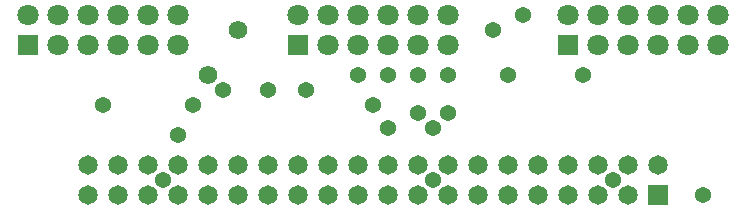
<source format=gbr>
G04 EasyPC Gerber Version 21.0.3 Build 4286 *
%FSLAX35Y35*%
%MOIN*%
%ADD71R,0.06506X0.06506*%
%ADD21R,0.07096X0.07096*%
%ADD23C,0.05400*%
%ADD25C,0.06200*%
%ADD20C,0.06506*%
%ADD22C,0.07096*%
X0Y0D02*
D02*
D71*
X225250Y15250D03*
D02*
D20*
X35250D03*
Y25250D03*
X45250Y15250D03*
Y25250D03*
X55250Y15250D03*
Y25250D03*
X65250Y15250D03*
Y25250D03*
X75250Y15250D03*
Y25250D03*
X85250Y15250D03*
Y25250D03*
X95250Y15250D03*
Y25250D03*
X105250Y15250D03*
Y25250D03*
X115250Y15250D03*
Y25250D03*
X125250Y15250D03*
Y25250D03*
X135250Y15250D03*
Y25250D03*
X145250Y15250D03*
Y25250D03*
X155250Y15250D03*
Y25250D03*
X165250Y15250D03*
Y25250D03*
X175250Y15250D03*
Y25250D03*
X185250Y15250D03*
Y25250D03*
X195250Y15250D03*
Y25250D03*
X205250Y15250D03*
Y25250D03*
X215250Y15250D03*
Y25250D03*
X225250D03*
D02*
D21*
X15250Y65250D03*
X105250D03*
X195250D03*
D02*
D22*
X15250Y75250D03*
X25250Y65250D03*
Y75250D03*
X35250Y65250D03*
Y75250D03*
X45250Y65250D03*
Y75250D03*
X55250Y65250D03*
Y75250D03*
X65250Y65250D03*
Y75250D03*
X105250D03*
X115250Y65250D03*
Y75250D03*
X125250Y65250D03*
Y75250D03*
X135250Y65250D03*
Y75250D03*
X145250Y65250D03*
Y75250D03*
X155250Y65250D03*
Y75250D03*
X195250D03*
X205250Y65250D03*
Y75250D03*
X215250Y65250D03*
Y75250D03*
X225250Y65250D03*
Y75250D03*
X235250Y65250D03*
Y75250D03*
X245250Y65250D03*
Y75250D03*
D02*
D23*
X40250Y45250D03*
X55250Y65250D03*
X60250Y20250D03*
X65250Y35250D03*
X70250Y45250D03*
X80250Y50250D03*
X95250D03*
X107750D03*
X125250Y55250D03*
X130250Y45250D03*
X135250Y37750D03*
Y55250D03*
X145250Y42750D03*
Y55250D03*
X150250Y20250D03*
Y37750D03*
X155250Y42750D03*
Y55250D03*
X170250Y70250D03*
X175250Y55250D03*
X180250Y75250D03*
X200250Y55250D03*
X210250Y20250D03*
X240250Y15250D03*
D02*
D25*
X75250Y55250D03*
X85250Y70250D03*
X0Y0D02*
M02*

</source>
